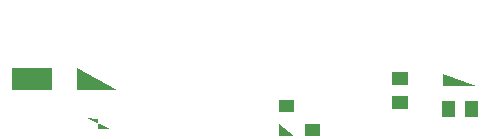
<source format=gbr>
From 718e6158a58ea41c4ef0ceec2871afac6fb21490 Mon Sep 17 00:00:00 2001
From: jaseg <git@jaseg.net>
Date: Sat, 2 Feb 2019 13:25:40 +0900
Subject: center: fix tape footprint polarity, vcc short, silk

---
 center/gerber/center-F.Mask.gbr | 76 ++++++++++++++++++++---------------------
 1 file changed, 38 insertions(+), 38 deletions(-)

(limited to 'center/gerber/center-F.Mask.gbr')

diff --git a/center/gerber/center-F.Mask.gbr b/center/gerber/center-F.Mask.gbr
index c95e8c0..35c7703 100644
--- a/center/gerber/center-F.Mask.gbr
+++ b/center/gerber/center-F.Mask.gbr
@@ -1,12 +1,12 @@
 G04 #@! TF.GenerationSoftware,KiCad,Pcbnew,(5.0.1)*
-G04 #@! TF.CreationDate,2018-11-27T10:01:39+09:00*
+G04 #@! TF.CreationDate,2019-02-02T12:52:51+09:00*
 G04 #@! TF.ProjectId,center,63656E7465722E6B696361645F706362,rev?*
 G04 #@! TF.SameCoordinates,Original*
 G04 #@! TF.FileFunction,Soldermask,Top*
 G04 #@! TF.FilePolarity,Negative*
 %FSLAX46Y46*%
 G04 Gerber Fmt 4.6, Leading zero omitted, Abs format (unit mm)*
-G04 Created by KiCad (PCBNEW (5.0.1)) date Tue Nov 27 10:01:39 2018*
+G04 Created by KiCad (PCBNEW (5.0.1)) date Sat Feb  2 12:52:51 2019*
 %MOMM*%
 %LPD*%
 G01*
@@ -295,14 +295,6 @@ X87501000Y-108401000D01*
 X87501000Y-108401000D01*
 G37*
 G36*
-X107251000Y-108001000D02*
-X105949000Y-108001000D01*
-X105949000Y-106999000D01*
-X107251000Y-106999000D01*
-X107251000Y-108001000D01*
-X107251000Y-108001000D01*
-G37*
-G36*
 X105051000Y-108001000D02*
 X103749000Y-108001000D01*
 X103749000Y-106999000D01*
@@ -311,6 +303,14 @@ X105051000Y-108001000D01*
 X105051000Y-108001000D01*
 G37*
 G36*
+X107251000Y-108001000D02*
+X105949000Y-108001000D01*
+X105949000Y-106999000D01*
+X107251000Y-106999000D01*
+X107251000Y-108001000D01*
+X107251000Y-108001000D01*
+G37*
+G36*
 X89501000Y-107451000D02*
 X88499000Y-107451000D01*
 X88499000Y-106549000D01*
@@ -343,20 +343,12 @@ X87501000Y-106501000D01*
 X87501000Y-106501000D01*
 G37*
 G36*
-X118651000Y-106426000D02*
-X117549000Y-106426000D01*
-X117549000Y-105074000D01*
-X118651000Y-105074000D01*
-X118651000Y-106426000D01*
-X118651000Y-106426000D01*
-G37*
-G36*
-X120651000Y-106426000D02*
-X119549000Y-106426000D01*
-X119549000Y-105074000D01*
-X120651000Y-105074000D01*
-X120651000Y-106426000D01*
-X120651000Y-106426000D01*
+X105051000Y-106001000D02*
+X103749000Y-106001000D01*
+X103749000Y-104999000D01*
+X105051000Y-104999000D01*
+X105051000Y-106001000D01*
+X105051000Y-106001000D01*
 G37*
 G36*
 X107251000Y-106001000D02*
@@ -367,12 +359,12 @@ X107251000Y-106001000D01*
 X107251000Y-106001000D01*
 G37*
 G36*
-X105051000Y-106001000D02*
-X103749000Y-106001000D01*
-X103749000Y-104999000D01*
-X105051000Y-104999000D01*
-X105051000Y-106001000D01*
-X105051000Y-106001000D01*
+X114676000Y-105751000D02*
+X113324000Y-105751000D01*
+X113324000Y-104649000D01*
+X114676000Y-104649000D01*
+X114676000Y-105751000D01*
+X114676000Y-105751000D01*
 G37*
 G36*
 X116201000Y-104151000D02*
@@ -383,14 +375,6 @@ X116201000Y-104151000D01*
 X116201000Y-104151000D01*
 G37*
 G36*
-X84551000Y-104101000D02*
-X81149000Y-104101000D01*
-X81149000Y-102299000D01*
-X84551000Y-102299000D01*
-X84551000Y-104101000D01*
-X84551000Y-104101000D01*
-G37*
-G36*
 X90051000Y-104101000D02*
 X86649000Y-104101000D01*
 X86649000Y-102299000D01*
@@ -399,6 +383,14 @@ X90051000Y-104101000D01*
 X90051000Y-104101000D01*
 G37*
 G36*
+X84551000Y-104101000D02*
+X81149000Y-104101000D01*
+X81149000Y-102299000D01*
+X84551000Y-102299000D01*
+X84551000Y-104101000D01*
+X84551000Y-104101000D01*
+G37*
+G36*
 X118601000Y-103801000D02*
 X117699000Y-103801000D01*
 X117699000Y-102799000D01*
@@ -415,6 +407,14 @@ X120501000Y-103801000D01*
 X120501000Y-103801000D01*
 G37*
 G36*
+X114676000Y-103751000D02*
+X113324000Y-103751000D01*
+X113324000Y-102649000D01*
+X114676000Y-102649000D01*
+X114676000Y-103751000D01*
+X114676000Y-103751000D01*
+G37*
+G36*
 X97826000Y-103201000D02*
 X96274000Y-103201000D01*
 X96274000Y-96799000D01*
-- 
cgit 


</source>
